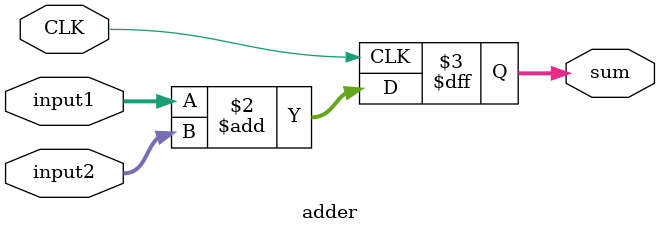
<source format=v>

module adder (CLK,
            input1,
            input2,
            sum
    );

    input CLK;
    input [3:0] input1;
    input [3:0] input2;

    output reg [3:0] sum;
    
    // A clock activated updation to demonstrate framework features
    always @(posedge CLK) begin
        sum = input1 + input2;
    end
        
endmodule
</source>
